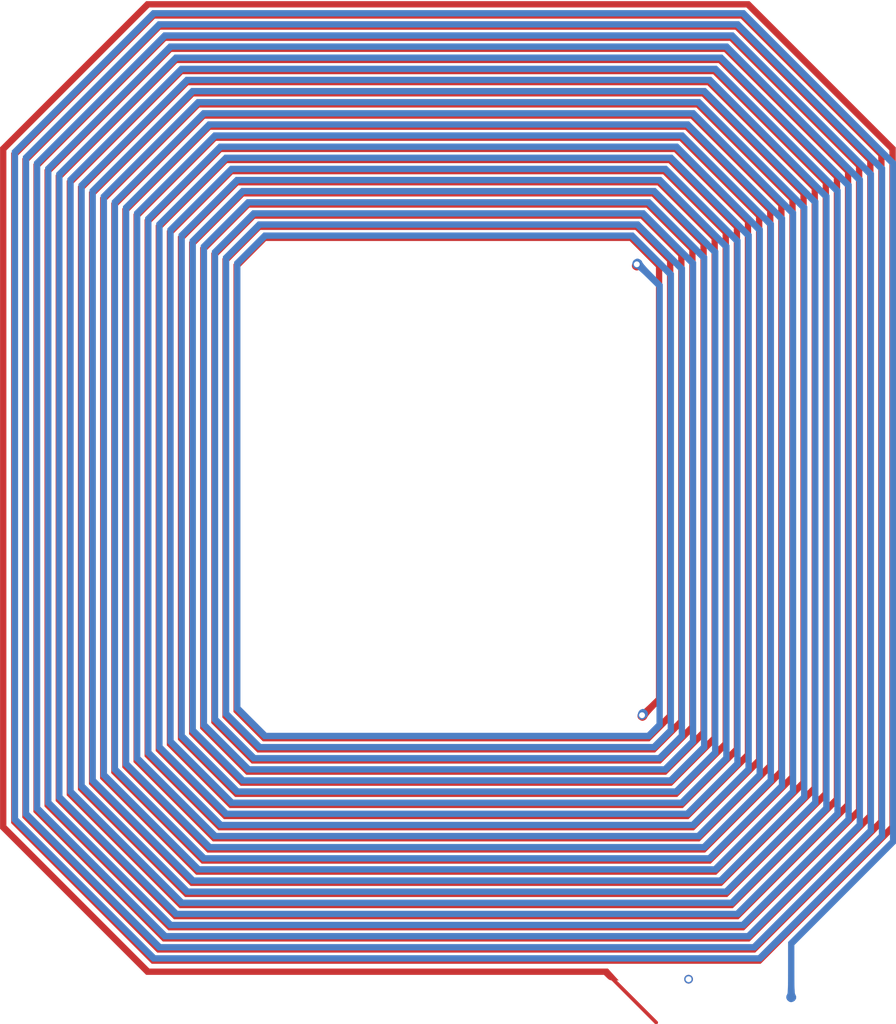
<source format=kicad_pcb>
(kicad_pcb (version 4) (host pcbnew 4.0.0-rc2-stable)

  (general
    (links 0)
    (no_connects 0)
    (area 117.030332 30.736666 178.866668 99.814835)
    (thickness 1.6)
    (drawings 0)
    (tracks 12)
    (zones 0)
    (modules 4)
    (nets 1)
  )

  (page A4)
  (layers
    (0 F.Cu signal)
    (1 In1.Cu signal)
    (2 In2.Cu signal)
    (31 B.Cu signal)
    (33 F.Adhes user)
    (35 F.Paste user)
    (37 F.SilkS user)
    (39 F.Mask user)
    (40 Dwgs.User user)
    (41 Cmts.User user)
    (42 Eco1.User user)
    (43 Eco2.User user)
    (44 Edge.Cuts user)
    (45 Margin user)
    (47 F.CrtYd user)
    (49 F.Fab user)
  )

  (setup
    (last_trace_width 0.25)
    (trace_clearance 0.2)
    (zone_clearance 0.508)
    (zone_45_only no)
    (trace_min 0.2)
    (segment_width 0.2)
    (edge_width 0.15)
    (via_size 0.6)
    (via_drill 0.4)
    (via_min_size 0.4)
    (via_min_drill 0.3)
    (uvia_size 0.3)
    (uvia_drill 0.1)
    (uvias_allowed no)
    (uvia_min_size 0.2)
    (uvia_min_drill 0.1)
    (pcb_text_width 0.3)
    (pcb_text_size 1.5 1.5)
    (mod_edge_width 0.15)
    (mod_text_size 1 1)
    (mod_text_width 0.15)
    (pad_size 1.524 1.524)
    (pad_drill 0.762)
    (pad_to_mask_clearance 0.2)
    (aux_axis_origin 0 0)
    (visible_elements FFFFFF7F)
    (pcbplotparams
      (layerselection 0x00030_80000001)
      (usegerberextensions false)
      (excludeedgelayer true)
      (linewidth 0.100000)
      (plotframeref false)
      (viasonmask false)
      (mode 1)
      (useauxorigin false)
      (hpglpennumber 1)
      (hpglpenspeed 20)
      (hpglpendiameter 15)
      (hpglpenoverlay 2)
      (psnegative false)
      (psa4output false)
      (plotreference true)
      (plotvalue true)
      (plotinvisibletext false)
      (padsonsilk false)
      (subtractmaskfromsilk false)
      (outputformat 1)
      (mirror false)
      (drillshape 1)
      (scaleselection 1)
      (outputdirectory ""))
  )

  (net 0 "")

  (net_class Default "This is the default net class."
    (clearance 0.2)
    (trace_width 0.25)
    (via_dia 0.6)
    (via_drill 0.4)
    (uvia_dia 0.3)
    (uvia_drill 0.1)
  )

  (module antenna:bottom (layer F.Cu) (tedit 0) (tstamp 5646EDA8)
    (at 147.97 72.95)
    (fp_text reference G*** (at 0 0) (layer F.SilkS) hide
      (effects (font (thickness 0.3)))
    )
    (fp_text value LOGO (at 0.75 0) (layer F.SilkS) hide
      (effects (font (thickness 0.3)))
    )
    (fp_poly (pts (xy 25.495057 -36.120723) (xy 30.691666 -30.924113) (xy 30.691667 -7.578073) (xy 30.691667 15.767968)
      (xy 23.706667 22.754856) (xy 23.708013 24.405511) (xy 23.708792 24.833826) (xy 23.710554 25.185222)
      (xy 23.713582 25.467441) (xy 23.71816 25.688227) (xy 23.724572 25.855325) (xy 23.733101 25.976478)
      (xy 23.744032 26.05943) (xy 23.757647 26.111924) (xy 23.771513 26.138341) (xy 23.833846 26.281927)
      (xy 23.821053 26.428209) (xy 23.738593 26.553914) (xy 23.661305 26.608066) (xy 23.534062 26.659834)
      (xy 23.432338 26.658064) (xy 23.346833 26.621116) (xy 23.219694 26.512809) (xy 23.159042 26.375029)
      (xy 23.170335 26.228308) (xy 23.218487 26.138341) (xy 23.234137 26.106499) (xy 23.247031 26.051223)
      (xy 23.25743 25.965015) (xy 23.265593 25.840374) (xy 23.271777 25.669801) (xy 23.276242 25.445794)
      (xy 23.279248 25.160854) (xy 23.281053 24.807482) (xy 23.281917 24.378176) (xy 23.281987 24.299933)
      (xy 23.283333 22.543699) (xy 30.268333 15.556811) (xy 30.268333 -30.712965) (xy 25.177684 -35.803482)
      (xy 20.087035 -40.894) (xy -20.087309 -40.894) (xy -24.796821 -36.184346) (xy -29.506333 -31.474691)
      (xy -29.506333 -8.720524) (xy -29.506334 14.033643) (xy -24.796679 18.743155) (xy -20.087025 23.452667)
      (xy 21.230328 23.452667) (xy 25.368331 19.314503) (xy 29.506333 15.176339) (xy 29.506333 -30.33197)
      (xy 24.606182 -35.231985) (xy 19.70603 -40.132) (xy -19.706315 -40.132) (xy -24.225324 -35.612843)
      (xy -28.744334 -31.093685) (xy -28.744334 -8.720518) (xy -28.744333 13.652649) (xy -19.706019 22.690667)
      (xy 20.849336 22.690667) (xy 24.796835 18.742999) (xy 28.744333 14.795331) (xy 28.744333 -29.950976)
      (xy 19.325025 -39.37) (xy -19.325322 -39.37) (xy -23.653828 -35.041339) (xy -27.982333 -30.712679)
      (xy -27.982333 13.271655) (xy -19.325013 21.928667) (xy 20.468345 21.928667) (xy 27.982333 14.414323)
      (xy 27.982333 -29.569982) (xy 18.944019 -38.608) (xy -18.944329 -38.608) (xy -27.220333 -30.331672)
      (xy -27.220334 -8.720505) (xy -27.220334 12.890662) (xy -23.08217 17.028664) (xy -18.944006 21.166667)
      (xy 20.087354 21.166667) (xy 23.653844 17.59999) (xy 27.220333 14.033313) (xy 27.220333 -29.188988)
      (xy 22.891673 -33.517494) (xy 18.563012 -37.846) (xy -18.563337 -37.846) (xy -22.510835 -33.898332)
      (xy -26.458334 -29.950664) (xy -26.458334 -8.720497) (xy -26.458333 12.50967) (xy -22.510666 16.457168)
      (xy -18.562998 20.404667) (xy 19.706365 20.404667) (xy 26.458333 13.652303) (xy 26.458333 -28.807995)
      (xy 22.320169 -32.945997) (xy 18.182005 -37.084) (xy -18.182345 -37.084) (xy -25.696333 -29.569656)
      (xy -25.696333 12.128679) (xy -18.181989 19.642667) (xy 19.325377 19.642667) (xy 25.696333 13.271291)
      (xy 25.696333 -28.427003) (xy 21.748665 -32.374501) (xy 17.800998 -36.322) (xy -17.801355 -36.322)
      (xy -21.367844 -32.755323) (xy -24.934334 -29.188646) (xy -24.934334 11.747688) (xy -21.367657 15.314177)
      (xy -17.80098 18.880667) (xy 18.94439 18.880667) (xy 21.939362 15.885472) (xy 24.934333 12.890278)
      (xy 24.934333 -28.046012) (xy 17.419989 -35.56) (xy -17.420365 -35.56) (xy -20.796349 -32.183818)
      (xy -24.172334 -28.807636) (xy -24.172334 -8.720469) (xy -24.172333 11.366699) (xy -20.796152 14.742683)
      (xy -17.41997 18.118667) (xy 18.563405 18.118667) (xy 24.172333 12.509263) (xy 24.172333 -27.665021)
      (xy 20.605656 -31.23151) (xy 17.03898 -34.798) (xy -17.039377 -34.798) (xy -23.410333 -28.426624)
      (xy -23.410333 -8.720457) (xy -23.410334 10.98571) (xy -20.224646 14.171189) (xy -17.038958 17.356667)
      (xy 18.182423 17.356667) (xy 20.796378 14.742456) (xy 23.410333 12.128246) (xy 23.410333 -27.284032)
      (xy 16.657969 -34.036) (xy -16.65839 -34.036) (xy -19.653362 -31.040805) (xy -22.648333 -28.045611)
      (xy -22.648333 10.604724) (xy -19.653139 13.599695) (xy -16.657945 16.594667) (xy 17.801443 16.594667)
      (xy 20.224888 14.170947) (xy 22.648333 11.747226) (xy 22.648333 -26.903043) (xy 19.462645 -30.088522)
      (xy 16.276958 -33.274) (xy -16.277406 -33.274) (xy -19.08187 -30.469298) (xy -21.886333 -27.664596)
      (xy -21.886333 10.223739) (xy -19.081632 13.028203) (xy -16.27693 15.832667) (xy 17.420466 15.832667)
      (xy 19.6534 13.599435) (xy 21.886333 11.366203) (xy 21.886333 -26.522057) (xy 18.891139 -29.517028)
      (xy 15.895944 -32.512) (xy -15.896423 -32.512) (xy -18.510378 -29.897789) (xy -21.124333 -27.283579)
      (xy -21.124333 9.842756) (xy -18.510123 12.456712) (xy -15.895913 15.070667) (xy 17.039494 15.070667)
      (xy 19.081913 13.027921) (xy 21.124333 10.985176) (xy 21.124333 -26.141072) (xy 18.319631 -28.945536)
      (xy 15.51493 -31.75) (xy -15.515443 -31.75) (xy -17.938888 -29.32628) (xy -20.362334 -26.902559)
      (xy -20.362334 -8.720392) (xy -20.362333 9.461776) (xy -17.938613 11.885222) (xy -15.514893 14.308667)
      (xy 16.658527 14.308667) (xy 20.362333 10.604143) (xy 20.362333 -25.760089) (xy 17.748123 -28.374045)
      (xy 15.133912 -30.988) (xy -15.134466 -30.988) (xy -19.600334 -26.521536) (xy -19.600333 -8.720368)
      (xy -19.600333 9.0808) (xy -17.367102 11.313733) (xy -15.13387 13.546667) (xy 16.277568 13.546667)
      (xy 17.938951 11.884885) (xy 19.600333 10.223103) (xy 19.600333 -25.379109) (xy 17.176613 -27.802555)
      (xy 14.752893 -30.226) (xy -14.753494 -30.226) (xy -16.795914 -28.183254) (xy -18.838334 -26.140509)
      (xy -18.838334 -8.720341) (xy -18.838333 8.699827) (xy -14.752843 12.784667) (xy 15.89662 12.784667)
      (xy 17.367477 11.31336) (xy 18.838333 9.842053) (xy 18.838333 -24.998133) (xy 16.605101 -27.231066)
      (xy 14.37187 -29.464) (xy -14.372528 -29.464) (xy -16.224431 -27.611738) (xy -18.076333 -25.759476)
      (xy -18.076333 -8.720308) (xy -18.076334 8.318861) (xy -14.37181 12.022667) (xy 15.515687 12.022667)
      (xy 16.79601 10.741827) (xy 18.076333 9.460988) (xy 18.076333 -24.61716) (xy 16.033588 -26.65958)
      (xy 13.990842 -28.702) (xy -13.991569 -28.702) (xy -17.314333 -25.378436) (xy -17.314333 7.937902)
      (xy -15.652552 9.599284) (xy -13.99077 11.260667) (xy 15.134777 11.260667) (xy 17.314333 9.079901)
      (xy 17.314333 -24.236194) (xy 15.462071 -26.088097) (xy 13.60981 -27.94) (xy -13.61062 -27.94)
      (xy -16.552334 -24.997386) (xy -16.552333 -8.720216) (xy -16.552333 7.556954) (xy -15.081027 9.02781)
      (xy -13.60972 10.498667) (xy 14.753905 10.498667) (xy 15.653119 9.598723) (xy 16.552333 8.698778)
      (xy 16.552333 -23.855235) (xy 14.890551 -25.516617) (xy 13.22877 -27.178) (xy -13.229687 -27.178)
      (xy -14.51001 -25.89716) (xy -15.790333 -24.616321) (xy -15.790333 7.176021) (xy -13.228655 9.736667)
      (xy 14.373101 9.736667) (xy 15.081717 9.02713) (xy 15.790333 8.317592) (xy 15.790333 -23.474287)
      (xy 14.319026 -24.945143) (xy 12.847719 -26.416) (xy -12.848777 -26.416) (xy -13.938555 -25.325617)
      (xy -15.028334 -24.235234) (xy -15.028333 -8.720062) (xy -15.028333 6.795111) (xy -13.937951 7.884889)
      (xy -12.847568 8.974667) (xy 13.992437 8.974667) (xy 14.510385 8.455472) (xy 15.028333 7.936278)
      (xy 15.028333 -23.093354) (xy 13.747494 -24.373677) (xy 12.466654 -25.654) (xy -12.467905 -25.654)
      (xy -13.367119 -24.754056) (xy -14.266334 -23.854111) (xy -14.266334 6.414239) (xy -13.366389 7.313453)
      (xy -12.466445 8.212667) (xy 13.612153 8.212667) (xy 14.266333 7.554627) (xy 14.266333 -22.331858)
      (xy 13.62075 -22.968758) (xy 13.416058 -23.166733) (xy 13.223398 -23.345702) (xy 13.053966 -23.495805)
      (xy 12.918957 -23.607182) (xy 12.829567 -23.669974) (xy 12.817528 -23.676115) (xy 12.685349 -23.772316)
      (xy 12.620044 -23.89911) (xy 12.622001 -24.035671) (xy 12.691605 -24.16117) (xy 12.806945 -24.244889)
      (xy 12.91148 -24.28785) (xy 12.990161 -24.289442) (xy 13.091002 -24.249663) (xy 13.101055 -24.244889)
      (xy 13.230243 -24.149132) (xy 13.275653 -24.057131) (xy 13.317129 -23.983101) (xy 13.417548 -23.856062)
      (xy 13.573321 -23.68009) (xy 13.780863 -23.459259) (xy 13.996431 -23.23818) (xy 14.689667 -22.536861)
      (xy 14.689667 7.763737) (xy 14.253535 8.199868) (xy 13.817403 8.636) (xy -12.67687 8.636)
      (xy -14.689667 6.623203) (xy -14.689667 -24.064536) (xy -12.67687 -26.077333) (xy 12.677401 -26.077333)
      (xy 14.064534 -24.6902) (xy 15.451667 -23.303068) (xy 15.451667 8.146044) (xy 14.825688 8.772022)
      (xy 14.19971 9.398) (xy -13.058177 9.398) (xy -15.451667 7.00451) (xy -15.451667 -24.445843)
      (xy -13.058177 -26.839333) (xy 13.058572 -26.839333) (xy 16.213667 -23.684238) (xy 16.213667 8.527755)
      (xy 14.581422 10.16) (xy -13.439401 10.16) (xy -14.826534 8.772867) (xy -16.213667 7.385735)
      (xy -16.213667 -24.827068) (xy -14.826534 -26.2142) (xy -13.439401 -27.601333) (xy 13.439706 -27.601333)
      (xy 15.207686 -25.833353) (xy 16.975667 -24.065373) (xy 16.975667 8.909203) (xy 15.969268 9.915602)
      (xy 14.962869 10.922) (xy -13.820572 10.922) (xy -16.975667 7.766905) (xy -16.975667 -25.208238)
      (xy -13.820572 -28.363333) (xy 13.820814 -28.363333) (xy 15.77924 -26.404907) (xy 17.737667 -24.446481)
      (xy 17.737667 9.29051) (xy 15.344177 11.684) (xy -14.201706 11.684) (xy -15.969687 9.91602)
      (xy -17.737667 8.14804) (xy -17.737667 -25.589373) (xy -15.969687 -27.357353) (xy -14.201706 -29.125333)
      (xy 14.201904 -29.125333) (xy 16.350785 -26.976452) (xy 18.499667 -24.827571) (xy 18.499667 9.671735)
      (xy 17.112534 11.058867) (xy 15.725401 12.446) (xy -14.582815 12.446) (xy -18.499667 8.529148)
      (xy -18.499667 -25.970481) (xy -14.582815 -29.887333) (xy 14.582979 -29.887333) (xy 16.922323 -27.547989)
      (xy 19.261667 -25.208646) (xy 19.261667 10.052905) (xy 16.106572 13.208) (xy -14.963904 13.208)
      (xy -17.112786 11.059119) (xy -19.261667 8.910238) (xy -19.261667 -26.351571) (xy -17.112786 -28.500452)
      (xy -14.963904 -30.649333) (xy 14.964043 -30.649333) (xy 20.023667 -25.589709) (xy 20.023667 10.43404)
      (xy 18.255686 12.20202) (xy 16.487706 13.97) (xy -15.344979 13.97) (xy -17.684323 11.630656)
      (xy -20.023667 9.291313) (xy -20.023667 -26.732646) (xy -17.684323 -29.071989) (xy -15.344979 -31.411333)
      (xy 15.345098 -31.411333) (xy 20.785667 -25.970764) (xy 20.785667 10.815148) (xy 18.82724 12.773574)
      (xy 16.868814 14.732) (xy -15.726043 14.732) (xy -20.785667 9.672376) (xy -20.785667 -27.113709)
      (xy -15.726043 -32.173333) (xy 15.726145 -32.173333) (xy 18.636906 -29.262573) (xy 21.547667 -26.351812)
      (xy 21.547667 11.196238) (xy 19.398785 13.345119) (xy 17.249904 15.494) (xy -16.107098 15.494)
      (xy -21.547667 10.053431) (xy -21.547667 -27.494764) (xy -16.107098 -32.935333) (xy 16.107187 -32.935333)
      (xy 19.208427 -29.834094) (xy 22.309667 -26.732854) (xy 22.309667 11.577313) (xy 19.970323 13.916656)
      (xy 17.630979 16.256) (xy -16.488146 16.256) (xy -22.309667 10.434479) (xy -22.309667 -27.875812)
      (xy -16.488146 -33.697333) (xy 16.488225 -33.697333) (xy 23.071667 -27.113891) (xy 23.071667 11.958376)
      (xy 18.012043 17.018) (xy -16.869188 17.018) (xy -23.071667 10.815521) (xy -23.071667 -28.256854)
      (xy -16.869188 -34.459333) (xy 16.869258 -34.459333) (xy 23.833667 -27.494924) (xy 23.833667 12.339431)
      (xy 18.393098 17.78) (xy -17.250225 17.78) (xy -23.833667 11.196558) (xy -23.833667 -28.637891)
      (xy -17.250225 -35.221333) (xy 17.250287 -35.221333) (xy 20.922977 -31.548644) (xy 24.595667 -27.875954)
      (xy 24.595667 12.720479) (xy 21.684906 15.63124) (xy 18.774145 18.542) (xy -17.631258 18.542)
      (xy -24.595667 11.577591) (xy -24.595667 -29.018924) (xy -17.631258 -35.983333) (xy 17.631314 -35.983333)
      (xy 21.49449 -32.120157) (xy 25.357667 -28.256981) (xy 25.357667 13.101521) (xy 22.256427 16.202761)
      (xy 19.155187 19.304) (xy -18.012288 19.304) (xy -25.357667 11.958621) (xy -25.357667 -29.399954)
      (xy -18.012288 -36.745333) (xy 18.012338 -36.745333) (xy 22.066002 -32.691669) (xy 26.119667 -28.638005)
      (xy 26.119667 13.482558) (xy 19.536225 20.066) (xy -18.393314 20.066) (xy -22.256491 16.202824)
      (xy -26.119667 12.339648) (xy -26.119667 -29.780981) (xy -22.256491 -33.644157) (xy -18.393314 -37.507333)
      (xy 18.39336 -37.507333) (xy 22.637513 -33.26318) (xy 26.881667 -29.019027) (xy 26.881667 13.863591)
      (xy 19.917258 20.828) (xy -18.774339 20.828) (xy -26.881667 12.720672) (xy -26.881667 -30.162005)
      (xy -18.774339 -38.269333) (xy 18.774381 -38.269333) (xy 27.643667 -29.400047) (xy 27.643667 14.244621)
      (xy 23.970977 17.917311) (xy 20.298287 21.59) (xy -19.155361 21.59) (xy -27.643667 13.101694)
      (xy -27.643667 -30.543027) (xy -19.155361 -39.031333) (xy 19.155399 -39.031333) (xy 23.780533 -34.4062)
      (xy 28.405667 -29.781066) (xy 28.405667 14.625648) (xy 24.54249 18.488824) (xy 20.679314 22.352)
      (xy -19.536381 22.352) (xy -28.405667 13.482714) (xy -28.405667 -30.924047) (xy -19.536381 -39.793333)
      (xy 19.536416 -39.793333) (xy 24.352041 -34.977708) (xy 29.167667 -30.162083) (xy 29.167667 15.006672)
      (xy 25.114002 19.060336) (xy 21.060338 23.114) (xy -19.9174 23.114) (xy -29.167667 13.863733)
      (xy -29.167667 -31.305066) (xy -19.9174 -40.555333) (xy 19.917432 -40.555333) (xy 24.923549 -35.549216)
      (xy 29.929667 -30.543099) (xy 29.929667 15.387694) (xy 25.685513 19.631847) (xy 21.44136 23.876)
      (xy -20.298417 23.876) (xy -29.929667 14.24475) (xy -29.929667 -31.686083) (xy -20.298417 -41.317333)
      (xy 20.298447 -41.317333) (xy 25.495057 -36.120723)) (layer B.Cu) (width 0.01))
    (fp_poly (pts (xy 13.472002 6.611337) (xy 13.482055 6.616111) (xy 13.605495 6.713094) (xy 13.666658 6.841828)
      (xy 13.664581 6.97967) (xy 13.5983 7.103976) (xy 13.505822 7.17473) (xy 13.381238 7.226823)
      (xy 13.280234 7.226919) (xy 13.159384 7.174771) (xy 13.155621 7.172735) (xy 13.04463 7.072022)
      (xy 12.998246 6.94119) (xy 13.015133 6.803229) (xy 13.093957 6.681126) (xy 13.187945 6.616111)
      (xy 13.29248 6.57315) (xy 13.371161 6.571558) (xy 13.472002 6.611337)) (layer B.Cu) (width 0.01))
  )

  (module antenna:in1 (layer F.Cu) (tedit 0) (tstamp 5646EDD1)
    (at 147.8 72.98)
    (fp_text reference G*** (at 0 0) (layer F.SilkS) hide
      (effects (font (thickness 0.3)))
    )
    (fp_text value LOGO (at 0.75 0) (layer F.SilkS) hide
      (effects (font (thickness 0.3)))
    )
    (fp_poly (pts (xy 30.818667 -30.924113) (xy 30.818667 14.625766) (xy 25.812549 19.631883) (xy 20.806432 24.638)
      (xy 17.243837 24.638) (xy 17.109752 24.804851) (xy 17.031351 24.918314) (xy 16.983066 25.018828)
      (xy 16.975667 25.055389) (xy 16.948096 25.203522) (xy 16.856059 25.306834) (xy 16.803305 25.338066)
      (xy 16.680025 25.388809) (xy 16.578242 25.386886) (xy 16.457621 25.333735) (xy 16.345089 25.232777)
      (xy 16.299288 25.102803) (xy 16.318635 24.964819) (xy 16.401549 24.839829) (xy 16.500094 24.769483)
      (xy 16.608976 24.695035) (xy 16.740434 24.579065) (xy 16.861689 24.451468) (xy 17.065212 24.214667)
      (xy 20.595303 24.214667) (xy 25.495318 19.314515) (xy 30.395333 14.414364) (xy 30.395333 -30.712965)
      (xy 25.304684 -35.803482) (xy 20.214035 -40.894) (xy -19.960309 -40.894) (xy -24.669821 -36.184346)
      (xy -29.379334 -31.474691) (xy -29.379334 14.033643) (xy -24.669679 18.743155) (xy -19.960025 23.452667)
      (xy 20.214309 23.452667) (xy 24.923821 18.743013) (xy 29.633333 14.033358) (xy 29.633333 -30.33197)
      (xy 24.733182 -35.231985) (xy 19.83303 -40.132) (xy -19.579315 -40.132) (xy -24.098324 -35.612843)
      (xy -28.617334 -31.093685) (xy -28.617334 13.652649) (xy -24.098176 18.171658) (xy -19.579019 22.690667)
      (xy 19.833315 22.690667) (xy 24.352324 18.17151) (xy 28.871333 13.652352) (xy 28.871333 -29.950976)
      (xy 19.452025 -39.37) (xy -19.198322 -39.37) (xy -23.526828 -35.041339) (xy -27.855333 -30.712679)
      (xy -27.855333 13.271655) (xy -19.198013 21.928667) (xy 19.452321 21.928667) (xy 23.780827 17.600006)
      (xy 28.109333 13.271346) (xy 28.109333 -29.569982) (xy 19.071019 -38.608) (xy -18.817329 -38.608)
      (xy -22.955331 -34.469836) (xy -27.093334 -30.331672) (xy -27.093334 -8.720505) (xy -27.093333 12.890662)
      (xy -22.95517 17.028664) (xy -18.817006 21.166667) (xy 19.071328 21.166667) (xy 23.209331 17.028503)
      (xy 27.347333 12.890339) (xy 27.347333 -29.188988) (xy 23.018673 -33.517494) (xy 18.690012 -37.846)
      (xy -18.436337 -37.846) (xy -26.331333 -29.950664) (xy -26.331333 12.50967) (xy -22.383666 16.457168)
      (xy -18.435998 20.404667) (xy 18.690336 20.404667) (xy 22.637835 16.456999) (xy 26.585333 12.509331)
      (xy 26.585333 -28.807995) (xy 22.447169 -32.945997) (xy 18.309005 -37.084) (xy -18.055345 -37.084)
      (xy -25.569333 -29.569656) (xy -25.569333 12.128679) (xy -18.054989 19.642667) (xy 18.309345 19.642667)
      (xy 25.823333 12.128323) (xy 25.823333 -28.427003) (xy 21.875665 -32.374501) (xy 17.927998 -36.322)
      (xy -17.674355 -36.322) (xy -24.807333 -29.188646) (xy -24.807333 11.747688) (xy -21.240657 15.314177)
      (xy -17.67398 18.880667) (xy 17.928354 18.880667) (xy 21.494844 15.31399) (xy 25.061333 11.747313)
      (xy 25.061333 -28.046012) (xy 17.546989 -35.56) (xy -17.293365 -35.56) (xy -20.669349 -32.183818)
      (xy -24.045334 -28.807636) (xy -24.045334 -8.720469) (xy -24.045333 11.366699) (xy -20.669152 14.742683)
      (xy -17.29297 18.118667) (xy 17.547365 18.118667) (xy 24.299333 11.366303) (xy 24.299333 -27.665021)
      (xy 20.732656 -31.23151) (xy 17.16598 -34.798) (xy -16.912377 -34.798) (xy -23.283333 -28.426624)
      (xy -23.283334 -8.720457) (xy -23.283334 10.98571) (xy -20.097646 14.171189) (xy -16.911958 17.356667)
      (xy 17.166377 17.356667) (xy 23.537333 10.985291) (xy 23.537333 -27.284032) (xy 16.784969 -34.036)
      (xy -16.53139 -34.036) (xy -19.526362 -31.040805) (xy -22.521333 -28.045611) (xy -22.521333 -8.720444)
      (xy -22.521334 10.604724) (xy -19.526139 13.599695) (xy -16.530945 16.594667) (xy 16.78539 16.594667)
      (xy 19.780362 13.599472) (xy 22.775333 10.604278) (xy 22.775333 -26.903043) (xy 19.589645 -30.088522)
      (xy 16.403958 -33.274) (xy -16.150406 -33.274) (xy -21.759334 -27.664596) (xy -21.759333 -8.720429)
      (xy -21.759333 10.223739) (xy -18.954632 13.028203) (xy -16.14993 15.832667) (xy 16.404405 15.832667)
      (xy 22.013333 10.223263) (xy 22.013333 -26.522057) (xy 19.018139 -29.517028) (xy 16.022944 -32.512)
      (xy -15.769423 -32.512) (xy -18.383378 -29.897789) (xy -20.997333 -27.283579) (xy -20.997333 9.842756)
      (xy -18.383123 12.456712) (xy -15.768913 15.070667) (xy 16.023423 15.070667) (xy 18.637378 12.456456)
      (xy 21.251333 9.842246) (xy 21.251333 -26.141072) (xy 18.446631 -28.945536) (xy 15.64193 -31.75)
      (xy -15.388443 -31.75) (xy -17.811888 -29.32628) (xy -20.235334 -26.902559) (xy -20.235334 -8.720392)
      (xy -20.235333 9.461776) (xy -17.811613 11.885222) (xy -15.387893 14.308667) (xy 15.642443 14.308667)
      (xy 18.065888 11.884947) (xy 20.489333 9.461226) (xy 20.489333 -25.760089) (xy 17.875123 -28.374045)
      (xy 15.260912 -30.988) (xy -15.007466 -30.988) (xy -19.473334 -26.521536) (xy -19.473333 -8.720368)
      (xy -19.473333 9.0808) (xy -17.240102 11.313733) (xy -15.00687 13.546667) (xy 15.261466 13.546667)
      (xy 17.4944 11.313435) (xy 19.727333 9.080203) (xy 19.727333 -25.379109) (xy 17.303613 -27.802555)
      (xy 14.879893 -30.226) (xy -14.626494 -30.226) (xy -16.668914 -28.183254) (xy -18.711334 -26.140509)
      (xy -18.711334 -8.720341) (xy -18.711333 8.699827) (xy -14.625843 12.784667) (xy 14.880494 12.784667)
      (xy 16.922913 10.741921) (xy 18.965333 8.699176) (xy 18.965333 -24.998133) (xy 16.732101 -27.231066)
      (xy 14.49887 -29.464) (xy -14.245528 -29.464) (xy -17.949334 -25.759476) (xy -17.949334 -8.720308)
      (xy -17.949333 8.318861) (xy -16.097072 10.170764) (xy -14.24481 12.022667) (xy 14.499527 12.022667)
      (xy 18.203333 8.318143) (xy 18.203333 -24.61716) (xy 16.160588 -26.65958) (xy 14.117842 -28.702)
      (xy -13.864569 -28.702) (xy -15.525951 -27.040218) (xy -17.187334 -25.378436) (xy -17.187333 -8.720267)
      (xy -17.187333 7.937902) (xy -15.525552 9.599284) (xy -13.86377 11.260667) (xy 14.118568 11.260667)
      (xy 15.779951 9.598885) (xy 17.441333 7.937103) (xy 17.441333 -24.236194) (xy 15.589071 -26.088097)
      (xy 13.73681 -27.94) (xy -13.48362 -27.94) (xy -16.425334 -24.997386) (xy -16.425334 7.556954)
      (xy -14.954027 9.02781) (xy -13.48272 10.498667) (xy 13.73762 10.498667) (xy 15.208477 9.02736)
      (xy 16.679333 7.556053) (xy 16.679333 -23.855235) (xy 15.017551 -25.516617) (xy 13.35577 -27.178)
      (xy -13.102687 -27.178) (xy -14.38301 -25.89716) (xy -15.663333 -24.616321) (xy -15.663333 -8.72015)
      (xy -15.663334 7.176021) (xy -14.382494 8.456344) (xy -13.101655 9.736667) (xy 13.356687 9.736667)
      (xy 14.63701 8.455827) (xy 15.917333 7.174988) (xy 15.917333 -23.474287) (xy 14.446026 -24.945143)
      (xy 12.974719 -26.416) (xy -12.721777 -26.416) (xy -13.811555 -25.325617) (xy -14.901334 -24.235234)
      (xy -14.901333 -8.720062) (xy -14.901333 6.795111) (xy -13.810951 7.884889) (xy -12.720568 8.974667)
      (xy 12.975777 8.974667) (xy 15.155333 6.793901) (xy 15.155333 -23.093354) (xy 13.874494 -24.373677)
      (xy 12.593654 -25.654) (xy -12.340905 -25.654) (xy -13.240119 -24.754056) (xy -14.139334 -23.854111)
      (xy -14.139334 6.414239) (xy -13.239389 7.313453) (xy -12.339445 8.212667) (xy 11.833191 8.212667)
      (xy 12.473361 7.567084) (xy 12.712131 7.321808) (xy 12.902114 7.117106) (xy 13.03945 6.957391)
      (xy 13.12028 6.847079) (xy 13.140711 6.803869) (xy 13.210282 6.685374) (xy 13.314945 6.616111)
      (xy 13.41948 6.57315) (xy 13.498161 6.571558) (xy 13.599002 6.611337) (xy 13.609055 6.616111)
      (xy 13.737603 6.715178) (xy 13.798145 6.843367) (xy 13.791065 6.979894) (xy 13.716752 7.103972)
      (xy 13.598472 7.185278) (xy 13.521705 7.235896) (xy 13.396037 7.337693) (xy 13.231888 7.481439)
      (xy 13.03968 7.657903) (xy 12.829834 7.857857) (xy 12.739514 7.946063) (xy 12.038194 8.636)
      (xy -12.54987 8.636) (xy -14.562667 6.623203) (xy -14.562667 -24.064536) (xy -12.54987 -26.077333)
      (xy 12.804401 -26.077333) (xy 14.191534 -24.6902) (xy 15.578667 -23.303068) (xy 15.578667 7.00451)
      (xy 13.185177 9.398) (xy -12.931177 9.398) (xy -15.324667 7.00451) (xy -15.324667 -24.445843)
      (xy -12.931177 -26.839333) (xy 13.185572 -26.839333) (xy 16.340667 -23.684238) (xy 16.340667 7.385735)
      (xy 14.953534 8.772867) (xy 13.566401 10.16) (xy -13.312401 10.16) (xy -14.699534 8.772867)
      (xy -16.086667 7.385735) (xy -16.086667 -24.827068) (xy -14.699534 -26.2142) (xy -13.312401 -27.601333)
      (xy 13.566706 -27.601333) (xy 15.334686 -25.833353) (xy 17.102667 -24.065373) (xy 17.102667 7.766905)
      (xy 13.947572 10.922) (xy -13.693572 10.922) (xy -16.848667 7.766905) (xy -16.848667 -25.208238)
      (xy -13.693572 -28.363333) (xy 13.947814 -28.363333) (xy 15.90624 -26.404907) (xy 17.864667 -24.446481)
      (xy 17.864667 8.14804) (xy 16.096686 9.91602) (xy 14.328706 11.684) (xy -14.074706 11.684)
      (xy -15.842687 9.91602) (xy -17.610667 8.14804) (xy -17.610667 -25.589373) (xy -15.842687 -27.357353)
      (xy -14.074706 -29.125333) (xy 14.328904 -29.125333) (xy 16.477785 -26.976452) (xy 18.626667 -24.827571)
      (xy 18.626667 8.529148) (xy 16.66824 10.487574) (xy 14.709814 12.446) (xy -14.455815 12.446)
      (xy -18.372667 8.529148) (xy -18.372667 -25.970481) (xy -14.455815 -29.887333) (xy 14.709979 -29.887333)
      (xy 17.049323 -27.547989) (xy 19.388667 -25.208646) (xy 19.388667 8.910238) (xy 17.239785 11.059119)
      (xy 15.090904 13.208) (xy -14.836904 13.208) (xy -16.985786 11.059119) (xy -19.134667 8.910238)
      (xy -19.134667 -26.351571) (xy -16.985786 -28.500452) (xy -14.836904 -30.649333) (xy 15.091043 -30.649333)
      (xy 20.150667 -25.589709) (xy 20.150667 9.291313) (xy 17.811323 11.630656) (xy 15.471979 13.97)
      (xy -15.217979 13.97) (xy -17.557323 11.630656) (xy -19.896667 9.291313) (xy -19.896667 -26.732646)
      (xy -17.557323 -29.071989) (xy -15.217979 -31.411333) (xy 15.472098 -31.411333) (xy 20.912667 -25.970764)
      (xy 20.912667 9.672376) (xy 15.853043 14.732) (xy -15.599043 14.732) (xy -20.658667 9.672376)
      (xy -20.658667 -27.113709) (xy -15.599043 -32.173333) (xy 15.853145 -32.173333) (xy 18.763906 -29.262573)
      (xy 21.674667 -26.351812) (xy 21.674667 10.053431) (xy 16.234098 15.494) (xy -15.980098 15.494)
      (xy -21.420667 10.053431) (xy -21.420667 -27.494764) (xy -15.980098 -32.935333) (xy 16.234187 -32.935333)
      (xy 19.335427 -29.834094) (xy 22.436667 -26.732854) (xy 22.436667 10.434479) (xy 19.525906 13.34524)
      (xy 16.615145 16.256) (xy -16.361146 16.256) (xy -22.182667 10.434479) (xy -22.182667 -27.875812)
      (xy -16.361146 -33.697333) (xy 16.615225 -33.697333) (xy 23.198667 -27.113891) (xy 23.198667 10.815521)
      (xy 20.097427 13.916761) (xy 16.996187 17.018) (xy -16.742188 17.018) (xy -22.944667 10.815521)
      (xy -22.944667 -28.256854) (xy -16.742188 -34.459333) (xy 16.996258 -34.459333) (xy 23.960667 -27.494924)
      (xy 23.960667 11.196558) (xy 17.377225 17.78) (xy -17.123225 17.78) (xy -23.706667 11.196558)
      (xy -23.706667 -28.637891) (xy -17.123225 -35.221333) (xy 17.377287 -35.221333) (xy 21.049977 -31.548644)
      (xy 24.722667 -27.875954) (xy 24.722667 11.577591) (xy 17.758258 18.542) (xy -17.504258 18.542)
      (xy -24.468667 11.577591) (xy -24.468667 -29.018924) (xy -17.504258 -35.983333) (xy 17.758314 -35.983333)
      (xy 21.62149 -32.120157) (xy 25.484667 -28.256981) (xy 25.484667 11.958621) (xy 21.811977 15.631311)
      (xy 18.139287 19.304) (xy -17.885288 19.304) (xy -25.230667 11.958621) (xy -25.230667 -29.399954)
      (xy -17.885288 -36.745333) (xy 18.139338 -36.745333) (xy 22.193002 -32.691669) (xy 26.246667 -28.638005)
      (xy 26.246667 12.339648) (xy 22.38349 16.202824) (xy 18.520314 20.066) (xy -18.266314 20.066)
      (xy -22.129491 16.202824) (xy -25.992667 12.339648) (xy -25.992667 -29.780981) (xy -22.129491 -33.644157)
      (xy -18.266314 -37.507333) (xy 18.52036 -37.507333) (xy 22.764513 -33.26318) (xy 27.008667 -29.019027)
      (xy 27.008667 12.720672) (xy 22.955002 16.774336) (xy 18.901338 20.828) (xy -18.647339 20.828)
      (xy -26.754667 12.720672) (xy -26.754667 -30.162005) (xy -18.647339 -38.269333) (xy 18.901381 -38.269333)
      (xy 27.770667 -29.400047) (xy 27.770667 13.101694) (xy 23.526513 17.345847) (xy 19.28236 21.59)
      (xy -19.028361 21.59) (xy -27.516667 13.101694) (xy -27.516667 -30.543027) (xy -19.028361 -39.031333)
      (xy 19.282399 -39.031333) (xy 23.907533 -34.4062) (xy 28.532667 -29.781066) (xy 28.532667 13.482714)
      (xy 19.663381 22.352) (xy -19.409381 22.352) (xy -28.278667 13.482714) (xy -28.278667 -30.924047)
      (xy -19.409381 -39.793333) (xy 19.663416 -39.793333) (xy 24.479041 -34.977708) (xy 29.294667 -30.162083)
      (xy 29.294667 13.863733) (xy 24.669533 18.488867) (xy 20.044399 23.114) (xy -19.7904 23.114)
      (xy -29.040667 13.863733) (xy -29.040667 -31.305066) (xy -19.7904 -40.555333) (xy 20.044432 -40.555333)
      (xy 25.050549 -35.549216) (xy 30.056667 -30.543099) (xy 30.056667 14.24475) (xy 25.241041 19.060375)
      (xy 20.425416 23.876) (xy -20.171417 23.876) (xy -29.802667 14.24475) (xy -29.802667 -31.686083)
      (xy -20.171417 -41.317333) (xy 20.425447 -41.317333) (xy 30.818667 -30.924113)) (layer In1.Cu) (width 0.01))
    (fp_poly (pts (xy 13.218002 -24.249663) (xy 13.228055 -24.244889) (xy 13.351495 -24.147906) (xy 13.412658 -24.019172)
      (xy 13.410581 -23.88133) (xy 13.3443 -23.757024) (xy 13.251822 -23.68627) (xy 13.127238 -23.634177)
      (xy 13.026234 -23.634081) (xy 12.905384 -23.686229) (xy 12.901621 -23.688265) (xy 12.79063 -23.788978)
      (xy 12.744246 -23.91981) (xy 12.761133 -24.057771) (xy 12.839957 -24.179874) (xy 12.933945 -24.244889)
      (xy 13.03848 -24.28785) (xy 13.117161 -24.289442) (xy 13.218002 -24.249663)) (layer In1.Cu) (width 0.01))
  )

  (module antenna:in2 (layer F.Cu) (tedit 0) (tstamp 5646EDFA)
    (at 147.8 72.64)
    (fp_text reference G*** (at 0 0) (layer F.SilkS) hide
      (effects (font (thickness 0.3)))
    )
    (fp_text value LOGO (at 0.75 0) (layer F.SilkS) hide
      (effects (font (thickness 0.3)))
    )
    (fp_poly (pts (xy 25.812549 -36.692216) (xy 30.818667 -31.686099) (xy 30.818667 15.006733) (xy 26.193533 19.631867)
      (xy 21.568399 24.257) (xy -20.171417 24.257) (xy -29.802667 14.62575) (xy -29.802667 -31.305083)
      (xy -20.171417 -40.936333) (xy 20.425416 -40.936333) (xy 25.241041 -36.120708) (xy 30.056667 -31.305083)
      (xy 30.056667 14.625714) (xy 21.187381 23.495) (xy -19.7904 23.495) (xy -29.040667 14.244733)
      (xy -29.040667 -30.924066) (xy -19.7904 -40.174333) (xy 20.044399 -40.174333) (xy 24.669533 -35.5492)
      (xy 29.294666 -30.924066) (xy 29.294667 -8.339686) (xy 29.294667 14.244694) (xy 25.050513 18.488847)
      (xy 20.80636 22.733) (xy -19.409381 22.733) (xy -28.278667 13.863714) (xy -28.278667 -30.543047)
      (xy -19.409381 -39.412333) (xy 19.663381 -39.412333) (xy 28.532667 -30.543047) (xy 28.532667 13.863672)
      (xy 24.479002 17.917336) (xy 20.425338 21.971) (xy -19.028361 21.971) (xy -27.516667 13.482694)
      (xy -27.516667 -30.162027) (xy -19.028361 -38.650333) (xy 19.28236 -38.650333) (xy 23.526513 -34.40618)
      (xy 27.770667 -30.162027) (xy 27.770667 13.482648) (xy 23.90749 17.345824) (xy 20.044314 21.209)
      (xy -18.647339 21.209) (xy -26.754667 13.101672) (xy -26.754667 -29.781005) (xy -18.647339 -37.888333)
      (xy 18.901338 -37.888333) (xy 22.955002 -33.834669) (xy 27.008667 -29.781005) (xy 27.008667 13.101621)
      (xy 23.335977 16.774311) (xy 19.663287 20.447) (xy -18.266314 20.447) (xy -22.129491 16.583824)
      (xy -25.992667 12.720648) (xy -25.992667 -29.399981) (xy -22.129491 -33.263157) (xy -18.266314 -37.126333)
      (xy 18.520314 -37.126333) (xy 26.246666 -29.399981) (xy 26.246667 -8.339695) (xy 26.246667 12.720591)
      (xy 19.282258 19.685) (xy -17.885288 19.685) (xy -25.230667 12.339621) (xy -25.230667 -29.018954)
      (xy -17.885288 -36.364333) (xy 18.139287 -36.364333) (xy 21.811977 -32.691644) (xy 25.484667 -29.018954)
      (xy 25.484667 12.339558) (xy 18.901225 18.923) (xy -17.504258 18.923) (xy -24.468667 11.958591)
      (xy -24.468667 -28.637924) (xy -17.504258 -35.602333) (xy 17.758258 -35.602333) (xy 24.722667 -28.637924)
      (xy 24.722667 11.958521) (xy 21.621427 15.059761) (xy 18.520187 18.161) (xy -17.123225 18.161)
      (xy -23.706667 11.577558) (xy -23.706667 -28.256891) (xy -17.123225 -34.840333) (xy 17.377225 -34.840333)
      (xy 23.960667 -28.256891) (xy 23.960667 11.577479) (xy 21.049906 14.48824) (xy 18.139145 17.399)
      (xy -16.742188 17.399) (xy -22.944667 11.196521) (xy -22.944667 -27.875854) (xy -16.742188 -34.078333)
      (xy 16.996187 -34.078333) (xy 20.097427 -30.977094) (xy 23.198667 -27.875854) (xy 23.198667 11.196431)
      (xy 17.758098 16.637) (xy -16.361146 16.637) (xy -22.182667 10.815479) (xy -22.182667 -27.494812)
      (xy -16.361146 -33.316333) (xy 16.615145 -33.316333) (xy 19.525906 -30.405573) (xy 22.436667 -27.494812)
      (xy 22.436667 10.815376) (xy 17.377043 15.875) (xy -15.980098 15.875) (xy -21.420667 10.434431)
      (xy -21.420667 -27.113764) (xy -15.980098 -32.554333) (xy 16.234098 -32.554333) (xy 21.674667 -27.113764)
      (xy 21.674667 10.434313) (xy 19.335323 12.773656) (xy 16.995979 15.113) (xy -15.599043 15.113)
      (xy -20.658667 10.053376) (xy -20.658667 -26.732709) (xy -15.599043 -31.792333) (xy 15.853043 -31.792333)
      (xy 20.912667 -26.732709) (xy 20.912667 10.053238) (xy 18.763785 12.202119) (xy 16.614904 14.351)
      (xy -15.217979 14.351) (xy -17.557323 12.011656) (xy -19.896667 9.672313) (xy -19.896667 -26.351646)
      (xy -17.557323 -28.690989) (xy -15.217979 -31.030333) (xy 15.471979 -31.030333) (xy 17.811323 -28.690989)
      (xy 20.150667 -26.351646) (xy 20.150667 9.672148) (xy 18.19224 11.630574) (xy 16.233814 13.589)
      (xy -14.836904 13.589) (xy -16.985786 11.440119) (xy -19.134667 9.291238) (xy -19.134667 -25.970571)
      (xy -16.985786 -28.119452) (xy -14.836904 -30.268333) (xy 15.090904 -30.268333) (xy 17.239785 -28.119452)
      (xy 19.388667 -25.970571) (xy 19.388667 9.29104) (xy 17.620686 11.05902) (xy 15.852706 12.827)
      (xy -14.455815 12.827) (xy -18.372667 8.910148) (xy -18.372667 -25.589481) (xy -14.455815 -29.506333)
      (xy 14.709814 -29.506333) (xy 16.66824 -27.547907) (xy 18.626667 -25.589481) (xy 18.626667 8.909905)
      (xy 15.471572 12.065) (xy -14.074706 12.065) (xy -15.842687 10.29702) (xy -17.610667 8.52904)
      (xy -17.610667 -25.208373) (xy -15.842687 -26.976353) (xy -14.074706 -28.744333) (xy 14.328706 -28.744333)
      (xy 16.096686 -26.976353) (xy 17.864667 -25.208373) (xy 17.864667 8.528735) (xy 16.477534 9.915867)
      (xy 15.090401 11.303) (xy -13.693572 11.303) (xy -16.848667 8.147905) (xy -16.848667 -24.827238)
      (xy -13.693572 -27.982333) (xy 13.947572 -27.982333) (xy 17.102667 -24.827238) (xy 17.102667 8.14751)
      (xy 14.709177 10.541) (xy -13.312401 10.541) (xy -14.699534 9.153867) (xy -16.086667 7.766735)
      (xy -16.086667 -24.446068) (xy -14.699534 -25.8332) (xy -13.312401 -27.220333) (xy 13.566401 -27.220333)
      (xy 14.953534 -25.8332) (xy 16.340667 -24.446068) (xy 16.340667 7.766203) (xy 15.334268 8.772602)
      (xy 14.327869 9.779) (xy -12.931177 9.779) (xy -15.324667 7.38551) (xy -15.324667 -24.064843)
      (xy -12.931177 -26.458333) (xy 13.185177 -26.458333) (xy 15.578667 -24.064843) (xy 15.578667 7.384755)
      (xy 13.946422 9.017) (xy -12.54987 9.017) (xy -14.562667 7.004203) (xy -14.562667 -23.683536)
      (xy -12.54987 -25.696333) (xy 11.277332 -25.696333) (xy 12.168583 -24.815787) (xy 12.426951 -24.563464)
      (xy 12.66198 -24.339687) (xy 12.866377 -24.151074) (xy 13.032847 -24.004238) (xy 13.154097 -23.905793)
      (xy 13.217472 -23.864502) (xy 13.349655 -23.768063) (xy 13.414946 -23.641146) (xy 13.412958 -23.504546)
      (xy 13.343304 -23.379061) (xy 13.228055 -23.295444) (xy 13.12352 -23.252483) (xy 13.044839 -23.250891)
      (xy 12.943997 -23.29067) (xy 12.933945 -23.295444) (xy 12.80537 -23.390467) (xy 12.759747 -23.483202)
      (xy 12.718452 -23.555729) (xy 12.616123 -23.683382) (xy 12.454389 -23.864351) (xy 12.23488 -24.096824)
      (xy 11.959225 -24.378989) (xy 11.901783 -24.436917) (xy 11.07096 -25.273) (xy -12.340905 -25.273)
      (xy -13.240119 -24.373056) (xy -14.139334 -23.473111) (xy -14.139334 6.795239) (xy -13.239389 7.694453)
      (xy -12.339445 8.593667) (xy 13.738101 8.593667) (xy 14.446717 7.88413) (xy 15.155333 7.174592)
      (xy 15.155333 -23.855444) (xy 12.974567 -26.035) (xy -12.721777 -26.035) (xy -13.811555 -24.944617)
      (xy -14.901334 -23.854234) (xy -14.901333 -8.339062) (xy -14.901333 7.176111) (xy -13.810951 8.265889)
      (xy -12.720568 9.355667) (xy 14.118905 9.355667) (xy 15.018119 8.455723) (xy 15.917333 7.555778)
      (xy 15.917333 -24.236354) (xy 14.636494 -25.516677) (xy 13.355654 -26.797) (xy -13.102687 -26.797)
      (xy -14.38301 -25.51616) (xy -15.663333 -24.235321) (xy -15.663333 -8.33915) (xy -15.663334 7.557021)
      (xy -14.382494 8.837344) (xy -13.101655 10.117667) (xy 14.499777 10.117667) (xy 16.679333 7.936901)
      (xy 16.679333 -24.617287) (xy 15.208026 -26.088143) (xy 13.736719 -27.559) (xy -13.48362 -27.559)
      (xy -16.425334 -24.616386) (xy -16.425334 7.937954) (xy -14.954027 9.40881) (xy -13.48272 10.879667)
      (xy 14.880687 10.879667) (xy 16.16101 9.598827) (xy 17.441333 8.317988) (xy 17.441333 -24.998235)
      (xy 15.779551 -26.659617) (xy 14.11777 -28.321) (xy -13.864569 -28.321) (xy -15.525951 -26.659218)
      (xy -17.187334 -24.997436) (xy -17.187333 -8.339267) (xy -17.187333 8.318902) (xy -15.525552 9.980284)
      (xy -13.86377 11.641667) (xy 15.26162 11.641667) (xy 16.732477 10.17036) (xy 18.203333 8.699053)
      (xy 18.203333 -25.379194) (xy 16.351071 -27.231097) (xy 14.49881 -29.083) (xy -14.245528 -29.083)
      (xy -17.949334 -25.378476) (xy -17.949334 -8.339308) (xy -17.949333 8.699861) (xy -16.097072 10.551764)
      (xy -14.24481 12.403667) (xy 15.642568 12.403667) (xy 17.303951 10.741885) (xy 18.965333 9.080103)
      (xy 18.965333 -25.76016) (xy 16.922588 -27.80258) (xy 14.879842 -29.845) (xy -14.626494 -29.845)
      (xy -16.668914 -27.802254) (xy -18.711334 -25.759509) (xy -18.711334 -8.339341) (xy -18.711333 9.080827)
      (xy -14.625843 13.165667) (xy 16.023527 13.165667) (xy 19.727333 9.461143) (xy 19.727333 -26.141133)
      (xy 17.494101 -28.374066) (xy 15.26087 -30.607) (xy -15.007466 -30.607) (xy -19.473334 -26.140536)
      (xy -19.473333 -8.339368) (xy -19.473333 9.4618) (xy -17.240102 11.694733) (xy -15.00687 13.927667)
      (xy 16.404494 13.927667) (xy 18.446913 11.884921) (xy 20.489333 9.842176) (xy 20.489333 -26.522109)
      (xy 18.065613 -28.945555) (xy 15.641893 -31.369) (xy -15.388443 -31.369) (xy -17.811888 -28.94528)
      (xy -20.235334 -26.521559) (xy -20.235334 -8.339392) (xy -20.235333 9.842776) (xy -17.811613 12.266222)
      (xy -15.387893 14.689667) (xy 16.785466 14.689667) (xy 19.0184 12.456435) (xy 21.251333 10.223203)
      (xy 21.251333 -26.903089) (xy 18.637123 -29.517045) (xy 16.022912 -32.131) (xy -15.769423 -32.131)
      (xy -18.383378 -29.516789) (xy -20.997333 -26.902579) (xy -20.997333 10.223756) (xy -18.383123 12.837712)
      (xy -15.768913 15.451667) (xy 17.166443 15.451667) (xy 19.589888 13.027947) (xy 22.013333 10.604226)
      (xy 22.013333 -27.284072) (xy 19.208631 -30.088536) (xy 16.40393 -32.893) (xy -16.150406 -32.893)
      (xy -21.759334 -27.283596) (xy -21.759333 -8.339429) (xy -21.759333 10.604739) (xy -18.954632 13.409203)
      (xy -16.14993 16.213667) (xy 17.547423 16.213667) (xy 20.161378 13.599456) (xy 22.775333 10.985246)
      (xy 22.775333 -27.665057) (xy 19.780139 -30.660028) (xy 16.784944 -33.655) (xy -16.53139 -33.655)
      (xy -19.526362 -30.659805) (xy -22.521333 -27.664611) (xy -22.521333 -8.339444) (xy -22.521334 10.985724)
      (xy -19.526139 13.980695) (xy -16.530945 16.975667) (xy 17.928405 16.975667) (xy 23.537333 11.366263)
      (xy 23.537333 -28.046043) (xy 20.351645 -31.231522) (xy 17.165958 -34.417) (xy -16.912377 -34.417)
      (xy -23.283333 -28.045624) (xy -23.283334 -8.339457) (xy -23.283334 11.36671) (xy -20.097646 14.552189)
      (xy -16.911958 17.737667) (xy 18.30939 17.737667) (xy 21.304362 14.742472) (xy 24.299333 11.747278)
      (xy 24.299333 -28.427032) (xy 17.546969 -35.179) (xy -17.293365 -35.179) (xy -20.669349 -31.802818)
      (xy -24.045334 -28.426636) (xy -24.045334 -8.339469) (xy -24.045333 11.747699) (xy -20.669152 15.123683)
      (xy -17.29297 18.499667) (xy 18.690377 18.499667) (xy 25.061333 12.128291) (xy 25.061333 -28.808021)
      (xy 21.494656 -32.37451) (xy 17.92798 -35.941) (xy -17.674355 -35.941) (xy -24.807333 -28.807646)
      (xy -24.807333 12.128688) (xy -21.240657 15.695177) (xy -17.67398 19.261667) (xy 19.071365 19.261667)
      (xy 25.823333 12.509303) (xy 25.823333 -29.189012) (xy 18.308989 -36.703) (xy -18.055345 -36.703)
      (xy -25.569333 -29.188656) (xy -25.569333 12.509679) (xy -18.054989 20.023667) (xy 19.452354 20.023667)
      (xy 23.018844 16.45699) (xy 26.585333 12.890313) (xy 26.585333 -29.570003) (xy 22.637665 -33.517501)
      (xy 18.689998 -37.465) (xy -18.436337 -37.465) (xy -26.331333 -29.569664) (xy -26.331333 12.89067)
      (xy -22.383666 16.838168) (xy -18.435998 20.785667) (xy 19.833345 20.785667) (xy 27.347333 13.271323)
      (xy 27.347333 -29.950995) (xy 23.209169 -34.088997) (xy 19.071005 -38.227) (xy -18.817329 -38.227)
      (xy -22.955331 -34.088836) (xy -27.093334 -29.950672) (xy -27.093334 -8.339505) (xy -27.093333 13.271662)
      (xy -22.95517 17.409664) (xy -18.817006 21.547667) (xy 20.214336 21.547667) (xy 24.161835 17.599999)
      (xy 28.109333 13.652331) (xy 28.109333 -30.331988) (xy 23.780673 -34.660494) (xy 19.452012 -38.989)
      (xy -19.198322 -38.989) (xy -23.526828 -34.660339) (xy -27.855333 -30.331679) (xy -27.855333 13.652655)
      (xy -19.198013 22.309667) (xy 20.595328 22.309667) (xy 24.733331 18.171503) (xy 28.871333 14.033339)
      (xy 28.871333 -30.712982) (xy 19.833019 -39.751) (xy -19.579315 -39.751) (xy -24.098324 -35.231843)
      (xy -28.617334 -30.712685) (xy -28.617334 14.033649) (xy -24.098176 18.552658) (xy -19.579019 23.071667)
      (xy 20.976321 23.071667) (xy 25.304827 18.743006) (xy 29.633333 14.414346) (xy 29.633333 -31.093976)
      (xy 20.214025 -40.513) (xy -19.960309 -40.513) (xy -24.669821 -35.803346) (xy -29.379334 -31.093691)
      (xy -29.379334 14.414643) (xy -24.669679 19.124155) (xy -19.960025 23.833667) (xy 21.357315 23.833667)
      (xy 25.876324 19.31451) (xy 30.395333 14.795352) (xy 30.395333 -31.47497) (xy 25.495182 -36.374985)
      (xy 20.59503 -41.275) (xy -20.341304 -41.275) (xy -25.241319 -36.374848) (xy -30.141334 -31.474697)
      (xy -30.141333 -8.33953) (xy -30.141333 14.795637) (xy -20.341031 24.595667) (xy 16.093995 24.595667)
      (xy 16.354914 24.840456) (xy 16.498007 24.965461) (xy 16.640573 25.074742) (xy 16.75585 25.148078)
      (xy 16.773472 25.156741) (xy 16.901842 25.251942) (xy 16.967699 25.378679) (xy 16.969711 25.515244)
      (xy 16.906547 25.63993) (xy 16.807822 25.71673) (xy 16.683238 25.768823) (xy 16.582234 25.768919)
      (xy 16.461384 25.716771) (xy 16.457621 25.714735) (xy 16.363186 25.630923) (xy 16.31483 25.536513)
      (xy 16.271649 25.445932) (xy 16.186279 25.325894) (xy 16.093633 25.220084) (xy 15.899349 25.019)
      (xy -20.552432 25.019) (xy -25.55855 20.012883) (xy -30.564667 15.006766) (xy -30.564667 -31.686099)
      (xy -25.55855 -36.692216) (xy -20.552432 -41.698333) (xy 20.806432 -41.698333) (xy 25.812549 -36.692216)) (layer In2.Cu) (width 0.01))
    (fp_poly (pts (xy 13.599002 6.992337) (xy 13.609055 6.997111) (xy 13.732495 7.094094) (xy 13.793658 7.222828)
      (xy 13.791581 7.36067) (xy 13.7253 7.484976) (xy 13.632822 7.55573) (xy 13.508238 7.607823)
      (xy 13.407234 7.607919) (xy 13.286384 7.555771) (xy 13.282621 7.553735) (xy 13.17163 7.453022)
      (xy 13.125246 7.32219) (xy 13.142133 7.184229) (xy 13.220957 7.062126) (xy 13.314945 6.997111)
      (xy 13.41948 6.95415) (xy 13.498161 6.952558) (xy 13.599002 6.992337)) (layer In2.Cu) (width 0.01))
  )

  (module antenna:top (layer F.Cu) (tedit 0) (tstamp 5646EE23)
    (at 147.93 72.72)
    (fp_text reference G*** (at 0 0) (layer F.SilkS) hide
      (effects (font (thickness 0.3)))
    )
    (fp_text value LOGO (at 0.75 0) (layer F.SilkS) hide
      (effects (font (thickness 0.3)))
    )
    (fp_poly (pts (xy 25.685549 -36.692216) (xy 30.691667 -31.686099) (xy 30.691667 15.006733) (xy 26.066533 19.631867)
      (xy 21.441399 24.257) (xy -20.298417 24.257) (xy -29.929667 14.62575) (xy -29.929667 -31.305083)
      (xy -20.298417 -40.936333) (xy 20.298416 -40.936333) (xy 25.114041 -36.120708) (xy 29.929667 -31.305083)
      (xy 29.929667 14.625714) (xy 21.060381 23.495) (xy -19.9174 23.495) (xy -29.167667 14.244733)
      (xy -29.167667 -30.924066) (xy -19.9174 -40.174333) (xy 19.917399 -40.174333) (xy 24.542533 -35.5492)
      (xy 29.167667 -30.924066) (xy 29.167667 14.244694) (xy 24.923513 18.488847) (xy 20.67936 22.733)
      (xy -19.536381 22.733) (xy -28.405667 13.863714) (xy -28.405667 -30.543047) (xy -19.536381 -39.412333)
      (xy 19.536381 -39.412333) (xy 28.405667 -30.543047) (xy 28.405667 13.863672) (xy 24.352002 17.917336)
      (xy 20.298338 21.971) (xy -19.155361 21.971) (xy -27.643667 13.482694) (xy -27.643667 -30.162027)
      (xy -19.155361 -38.650333) (xy 19.15536 -38.650333) (xy 23.399513 -34.40618) (xy 27.643667 -30.162027)
      (xy 27.643667 13.482648) (xy 23.78049 17.345824) (xy 19.917314 21.209) (xy -18.774339 21.209)
      (xy -26.881667 13.101672) (xy -26.881667 -29.781005) (xy -18.774339 -37.888333) (xy 18.774338 -37.888333)
      (xy 26.881666 -29.781005) (xy 26.881667 -8.339692) (xy 26.881667 13.101621) (xy 23.208977 16.774311)
      (xy 19.536287 20.447) (xy -18.393314 20.447) (xy -22.256491 16.583824) (xy -26.119667 12.720648)
      (xy -26.119667 -29.399981) (xy -22.256491 -33.263157) (xy -18.393314 -37.126333) (xy 18.393314 -37.126333)
      (xy 22.25649 -33.263157) (xy 26.119667 -29.399981) (xy 26.119667 12.720591) (xy 19.155258 19.685)
      (xy -18.012288 19.685) (xy -25.357667 12.339621) (xy -25.357667 -29.018954) (xy -18.012288 -36.364333)
      (xy 18.012287 -36.364333) (xy 21.684977 -32.691644) (xy 25.357666 -29.018954) (xy 25.357667 -8.339698)
      (xy 25.357667 12.339558) (xy 18.774225 18.923) (xy -17.631258 18.923) (xy -24.595667 11.958591)
      (xy -24.595667 -28.637924) (xy -17.631258 -35.602333) (xy 17.631258 -35.602333) (xy 24.595667 -28.637924)
      (xy 24.595667 11.958521) (xy 21.494427 15.059761) (xy 18.393187 18.161) (xy -17.250225 18.161)
      (xy -23.833667 11.577558) (xy -23.833667 -28.256891) (xy -17.250225 -34.840333) (xy 17.250225 -34.840333)
      (xy 23.833667 -28.256891) (xy 23.833667 11.577479) (xy 20.922906 14.48824) (xy 18.012145 17.399)
      (xy -16.869188 17.399) (xy -23.071667 11.196521) (xy -23.071667 -27.875854) (xy -16.869188 -34.078333)
      (xy 16.869187 -34.078333) (xy 19.970427 -30.977094) (xy 23.071667 -27.875854) (xy 23.071667 11.196431)
      (xy 17.631098 16.637) (xy -16.488146 16.637) (xy -22.309667 10.815479) (xy -22.309667 -27.494812)
      (xy -16.488146 -33.316333) (xy 16.488145 -33.316333) (xy 19.398906 -30.405573) (xy 22.309667 -27.494812)
      (xy 22.309667 10.815376) (xy 17.250043 15.875) (xy -16.107098 15.875) (xy -21.547667 10.434431)
      (xy -21.547667 -27.113764) (xy -16.107098 -32.554333) (xy 16.107098 -32.554333) (xy 21.547667 -27.113764)
      (xy 21.547667 10.434313) (xy 19.208323 12.773656) (xy 16.868979 15.113) (xy -15.726043 15.113)
      (xy -20.785667 10.053376) (xy -20.785667 -26.732709) (xy -15.726043 -31.792333) (xy 15.726043 -31.792333)
      (xy 20.785667 -26.732709) (xy 20.785667 10.053238) (xy 18.636785 12.202119) (xy 16.487904 14.351)
      (xy -15.344979 14.351) (xy -17.684323 12.011656) (xy -20.023667 9.672313) (xy -20.023667 -26.351646)
      (xy -17.684323 -28.690989) (xy -15.344979 -31.030333) (xy 15.344979 -31.030333) (xy 17.684323 -28.690989)
      (xy 20.023667 -26.351646) (xy 20.023667 9.672148) (xy 18.06524 11.630574) (xy 16.106814 13.589)
      (xy -14.963904 13.589) (xy -17.112786 11.440119) (xy -19.261667 9.291238) (xy -19.261667 -25.970571)
      (xy -17.112786 -28.119452) (xy -14.963904 -30.268333) (xy 14.963904 -30.268333) (xy 19.261666 -25.970571)
      (xy 19.261667 -8.339765) (xy 19.261667 9.29104) (xy 17.493686 11.05902) (xy 15.725706 12.827)
      (xy -14.582815 12.827) (xy -18.499667 8.910148) (xy -18.499667 -25.589481) (xy -14.582815 -29.506333)
      (xy 14.582814 -29.506333) (xy 16.54124 -27.547907) (xy 18.499667 -25.589481) (xy 18.499667 8.909905)
      (xy 15.344572 12.065) (xy -14.201706 12.065) (xy -15.969687 10.29702) (xy -17.737667 8.52904)
      (xy -17.737667 -25.208373) (xy -15.969687 -26.976353) (xy -14.201706 -28.744333) (xy 14.201706 -28.744333)
      (xy 15.969686 -26.976353) (xy 17.737667 -25.208373) (xy 17.737667 8.528735) (xy 16.350534 9.915867)
      (xy 14.963401 11.303) (xy -13.820572 11.303) (xy -16.975667 8.147905) (xy -16.975667 -24.827238)
      (xy -13.820572 -27.982333) (xy 13.820572 -27.982333) (xy 16.975667 -24.827238) (xy 16.975667 8.14751)
      (xy 14.582177 10.541) (xy -13.439401 10.541) (xy -14.826534 9.153867) (xy -16.213667 7.766735)
      (xy -16.213667 -24.446068) (xy -14.826534 -25.8332) (xy -13.439401 -27.220333) (xy 13.439401 -27.220333)
      (xy 14.826534 -25.8332) (xy 16.213667 -24.446068) (xy 16.213667 7.766203) (xy 15.207268 8.772602)
      (xy 14.200869 9.779) (xy -13.058177 9.779) (xy -15.451667 7.38551) (xy -15.451667 -24.064843)
      (xy -13.058177 -26.458333) (xy 13.058177 -26.458333) (xy 15.451667 -24.064843) (xy 15.451667 7.384755)
      (xy 13.819422 9.017) (xy -12.67687 9.017) (xy -14.689667 7.004203) (xy -14.689667 -23.683536)
      (xy -12.67687 -25.696333) (xy 12.676869 -25.696333) (xy 13.683268 -24.689935) (xy 14.689667 -23.683536)
      (xy 14.689667 6.236617) (xy 14.187095 6.748392) (xy 13.991881 6.952682) (xy 13.834613 7.128507)
      (xy 13.722647 7.267135) (xy 13.66334 7.359836) (xy 13.656817 7.377798) (xy 13.585794 7.497109)
      (xy 13.482055 7.565556) (xy 13.37752 7.608517) (xy 13.298839 7.610109) (xy 13.197997 7.57033)
      (xy 13.187945 7.565556) (xy 13.059399 7.466488) (xy 12.998842 7.338308) (xy 13.005886 7.201836)
      (xy 13.080143 7.077889) (xy 13.198528 6.996712) (xy 13.284932 6.941997) (xy 13.41515 6.839602)
      (xy 13.573864 6.702444) (xy 13.745753 6.543441) (xy 13.81125 6.480066) (xy 14.266333 6.033944)
      (xy 14.266333 -23.474572) (xy 12.466445 -25.273) (xy -12.467905 -25.273) (xy -13.367119 -24.373056)
      (xy -14.266334 -23.473111) (xy -14.266334 6.795239) (xy -13.366389 7.694453) (xy -12.466445 8.593667)
      (xy 13.611101 8.593667) (xy 14.319717 7.88413) (xy 15.028333 7.174592) (xy 15.028333 -23.855444)
      (xy 12.847567 -26.035) (xy -12.848777 -26.035) (xy -15.028333 -23.854234) (xy -15.028333 7.176111)
      (xy -13.937951 8.265889) (xy -12.847568 9.355667) (xy 13.991905 9.355667) (xy 14.891119 8.455723)
      (xy 15.790333 7.555778) (xy 15.790333 -24.236354) (xy 14.509494 -25.516677) (xy 13.228654 -26.797)
      (xy -13.229687 -26.797) (xy -14.51001 -25.51616) (xy -15.790333 -24.235321) (xy -15.790333 7.557021)
      (xy -13.228655 10.117667) (xy 14.372777 10.117667) (xy 16.552333 7.936901) (xy 16.552333 -24.617287)
      (xy 15.081026 -26.088143) (xy 13.609719 -27.559) (xy -13.61062 -27.559) (xy -16.552334 -24.616386)
      (xy -16.552334 -8.339216) (xy -16.552333 7.937954) (xy -15.081027 9.40881) (xy -13.60972 10.879667)
      (xy 14.753687 10.879667) (xy 16.03401 9.598827) (xy 17.314333 8.317988) (xy 17.314333 -24.998235)
      (xy 15.652551 -26.659617) (xy 13.99077 -28.321) (xy -13.991569 -28.321) (xy -15.652951 -26.659218)
      (xy -17.314334 -24.997436) (xy -17.314333 -8.339267) (xy -17.314333 8.318902) (xy -15.652552 9.980284)
      (xy -13.99077 11.641667) (xy 15.13462 11.641667) (xy 16.605477 10.17036) (xy 18.076333 8.699053)
      (xy 18.076333 -25.379194) (xy 16.224071 -27.231097) (xy 14.37181 -29.083) (xy -14.372528 -29.083)
      (xy -16.224431 -27.230738) (xy -18.076333 -25.378476) (xy -18.076333 8.699861) (xy -16.224072 10.551764)
      (xy -14.37181 12.403667) (xy 15.515568 12.403667) (xy 17.176951 10.741885) (xy 18.838333 9.080103)
      (xy 18.838333 -25.76016) (xy 16.795588 -27.80258) (xy 14.752842 -29.845) (xy -14.753494 -29.845)
      (xy -16.795914 -27.802254) (xy -18.838334 -25.759509) (xy -18.838334 -8.339341) (xy -18.838333 9.080827)
      (xy -14.752843 13.165667) (xy 15.896527 13.165667) (xy 19.600333 9.461143) (xy 19.600333 -26.141133)
      (xy 17.367101 -28.374066) (xy 15.13387 -30.607) (xy -15.134466 -30.607) (xy -19.600334 -26.140536)
      (xy -19.600334 -8.339368) (xy -19.600333 9.4618) (xy -17.367102 11.694733) (xy -15.13387 13.927667)
      (xy 16.277494 13.927667) (xy 18.319913 11.884921) (xy 20.362333 9.842176) (xy 20.362333 -26.522109)
      (xy 17.938613 -28.945555) (xy 15.514893 -31.369) (xy -15.515443 -31.369) (xy -17.938888 -28.94528)
      (xy -20.362333 -26.521559) (xy -20.362333 9.842776) (xy -17.938613 12.266222) (xy -15.514893 14.689667)
      (xy 16.658466 14.689667) (xy 18.8914 12.456435) (xy 21.124333 10.223203) (xy 21.124333 -26.903089)
      (xy 18.510123 -29.517045) (xy 15.895912 -32.131) (xy -15.896423 -32.131) (xy -18.510378 -29.516789)
      (xy -21.124333 -26.902579) (xy -21.124333 10.223756) (xy -18.510123 12.837712) (xy -15.895913 15.451667)
      (xy 17.039443 15.451667) (xy 19.462888 13.027947) (xy 21.886333 10.604226) (xy 21.886333 -27.284072)
      (xy 19.081631 -30.088536) (xy 16.27693 -32.893) (xy -16.277406 -32.893) (xy -21.886334 -27.283596)
      (xy -21.886333 -8.339429) (xy -21.886333 10.604739) (xy -19.081632 13.409203) (xy -16.27693 16.213667)
      (xy 17.420423 16.213667) (xy 20.034378 13.599456) (xy 22.648333 10.985246) (xy 22.648333 -27.665057)
      (xy 19.653139 -30.660028) (xy 16.657944 -33.655) (xy -16.65839 -33.655) (xy -19.653362 -30.659805)
      (xy -22.648333 -27.664611) (xy -22.648333 10.985724) (xy -19.653139 13.980695) (xy -16.657945 16.975667)
      (xy 17.801405 16.975667) (xy 23.410333 11.366263) (xy 23.410333 -28.046043) (xy 20.224645 -31.231522)
      (xy 17.038958 -34.417) (xy -17.039377 -34.417) (xy -20.224855 -31.231312) (xy -23.410334 -28.045624)
      (xy -23.410334 11.36671) (xy -20.224646 14.552189) (xy -17.038958 17.737667) (xy 18.18239 17.737667)
      (xy 21.177362 14.742472) (xy 24.172333 11.747278) (xy 24.172333 -28.427032) (xy 17.419969 -35.179)
      (xy -17.420365 -35.179) (xy -24.172333 -28.426636) (xy -24.172333 11.747699) (xy -20.796152 15.123683)
      (xy -17.41997 18.499667) (xy 18.563377 18.499667) (xy 24.934333 12.128291) (xy 24.934333 -28.808021)
      (xy 21.367656 -32.37451) (xy 17.80098 -35.941) (xy -17.801355 -35.941) (xy -24.934333 -28.807646)
      (xy -24.934333 12.128688) (xy -21.367657 15.695177) (xy -17.80098 19.261667) (xy 18.944365 19.261667)
      (xy 25.696333 12.509303) (xy 25.696333 -29.189012) (xy 18.181989 -36.703) (xy -18.182345 -36.703)
      (xy -21.939339 -32.945828) (xy -25.696334 -29.188656) (xy -25.696333 -8.339489) (xy -25.696333 12.509679)
      (xy -18.181989 20.023667) (xy 19.325354 20.023667) (xy 22.891844 16.45699) (xy 26.458333 12.890313)
      (xy 26.458333 -29.570003) (xy 22.510665 -33.517501) (xy 18.562998 -37.465) (xy -18.563337 -37.465)
      (xy -26.458333 -29.569664) (xy -26.458333 12.89067) (xy -22.510666 16.838168) (xy -18.562998 20.785667)
      (xy 19.706345 20.785667) (xy 27.220333 13.271323) (xy 27.220333 -29.950995) (xy 23.082169 -34.088997)
      (xy 18.944005 -38.227) (xy -18.944329 -38.227) (xy -27.220333 -29.950672) (xy -27.220333 13.271662)
      (xy -23.08217 17.409664) (xy -18.944006 21.547667) (xy 20.087336 21.547667) (xy 24.034835 17.599999)
      (xy 27.982333 13.652331) (xy 27.982333 -30.331988) (xy 23.653673 -34.660494) (xy 19.325012 -38.989)
      (xy -19.325322 -38.989) (xy -23.653828 -34.660339) (xy -27.982333 -30.331679) (xy -27.982333 13.652655)
      (xy -19.325013 22.309667) (xy 20.468328 22.309667) (xy 24.606331 18.171503) (xy 28.744333 14.033339)
      (xy 28.744333 -30.712982) (xy 19.706019 -39.751) (xy -19.706315 -39.751) (xy -24.225324 -35.231843)
      (xy -28.744333 -30.712685) (xy -28.744334 -8.339518) (xy -28.744334 14.033649) (xy -24.225176 18.552658)
      (xy -19.706019 23.071667) (xy 20.849321 23.071667) (xy 25.177827 18.743006) (xy 29.506333 14.414346)
      (xy 29.506333 -31.093976) (xy 20.087025 -40.513) (xy -20.087309 -40.513) (xy -24.796821 -35.803346)
      (xy -29.506334 -31.093691) (xy -29.506334 14.414643) (xy -24.796679 19.124155) (xy -20.087025 23.833667)
      (xy 21.230315 23.833667) (xy 25.749324 19.31451) (xy 30.268333 14.795352) (xy 30.268333 -31.47497)
      (xy 25.368182 -36.374985) (xy 20.46803 -41.275) (xy -20.468304 -41.275) (xy -25.368319 -36.374848)
      (xy -30.268333 -31.474697) (xy -30.268333 -8.33953) (xy -30.268334 14.795637) (xy -25.368182 19.695652)
      (xy -20.468031 24.595667) (xy 10.969733 24.595667) (xy 11.073131 24.712084) (xy 11.149221 24.796923)
      (xy 11.26211 24.921812) (xy 11.391485 25.064298) (xy 11.436975 25.11425) (xy 11.69742 25.4)
      (xy 11.39512 25.4) (xy 11.236063 25.397916) (xy 11.131181 25.383937) (xy 11.04998 25.346472)
      (xy 10.961971 25.273928) (xy 10.894003 25.2095) (xy 10.695186 25.019) (xy -20.679432 25.019)
      (xy -25.68555 20.012883) (xy -30.691667 15.006766) (xy -30.691667 -31.686099) (xy -25.68555 -36.692216)
      (xy -20.679432 -41.698333) (xy 20.679432 -41.698333) (xy 25.685549 -36.692216)) (layer F.Cu) (width 0.01))
    (fp_poly (pts (xy 13.091002 -23.868663) (xy 13.101055 -23.863889) (xy 13.224495 -23.766906) (xy 13.285658 -23.638172)
      (xy 13.283581 -23.50033) (xy 13.2173 -23.376024) (xy 13.124822 -23.30527) (xy 13.000238 -23.253177)
      (xy 12.899234 -23.253081) (xy 12.778384 -23.305229) (xy 12.774621 -23.307265) (xy 12.66363 -23.407978)
      (xy 12.617246 -23.53881) (xy 12.634133 -23.676771) (xy 12.712957 -23.798874) (xy 12.806945 -23.863889)
      (xy 12.91148 -23.90685) (xy 12.990161 -23.908442) (xy 13.091002 -23.868663)) (layer F.Cu) (width 0.01))
  )

  (segment (start 159.23 98.01) (end 159.23 98.03) (width 0.25) (layer F.Cu) (net 0))
  (segment (start 159.23 98.03) (end 162.21 101.01) (width 0.25) (layer F.Cu) (net 0) (tstamp 5646F394))
  (segment (start 160.87 49.02) (end 160.87 49.04) (width 0.25) (layer F.Cu) (net 0))
  (segment (start 160.88 49.05) (end 160.88 49.06) (width 0.25) (layer B.Cu) (net 0) (tstamp 5646F389))
  (via (at 160.88 49.05) (size 0.6) (drill 0.4) (layers F.Cu B.Cu) (net 0))
  (segment (start 160.87 49.04) (end 160.88 49.05) (width 0.25) (layer F.Cu) (net 0) (tstamp 5646F386))
  (segment (start 161.27 79.9) (end 161.27 79.92) (width 0.25) (layer B.Cu) (net 0))
  (segment (start 161.27 79.92) (end 161.24 79.95) (width 0.25) (layer B.Cu) (net 0) (tstamp 5646F37D))
  (via (at 161.24 79.95) (size 0.6) (drill 0.4) (layers F.Cu B.Cu) (net 0))
  (segment (start 161.24 79.95) (end 161.27 79.92) (width 0.25) (layer F.Cu) (net 0) (tstamp 5646F380))
  (via (at 164.43 98.04) (size 0.6) (drill 0.4) (layers F.Cu B.Cu) (net 0))
  (segment (start 164.43 98.04) (end 164.44 98.03) (width 0.25) (layer B.Cu) (net 0) (tstamp 5646F304))

)

</source>
